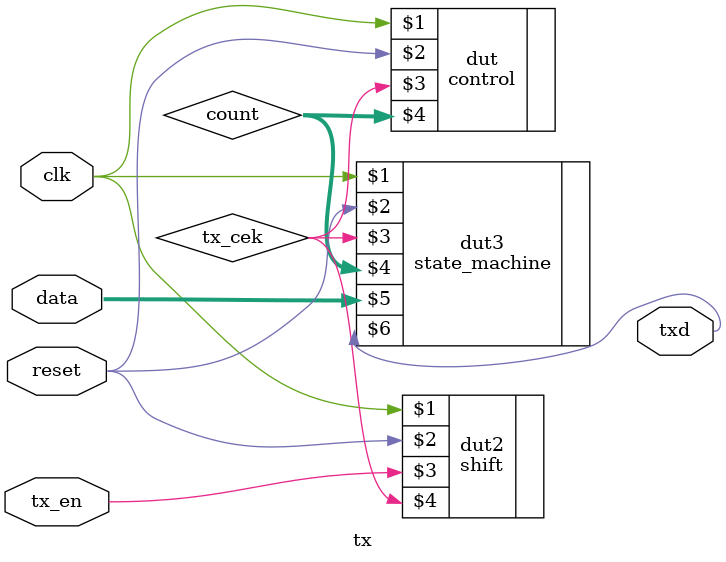
<source format=v>
module tx(input clk, reset,
           input tx_en,
           input [7:0]data,
           output txd);

wire tx_cek;
wire [11:0]count;

control dut(clk, reset, tx_cek, count);
shift dut2(clk, reset, tx_en, tx_cek);
state_machine dut3(clk, reset, tx_cek, count, data, txd);

endmodule 

</source>
